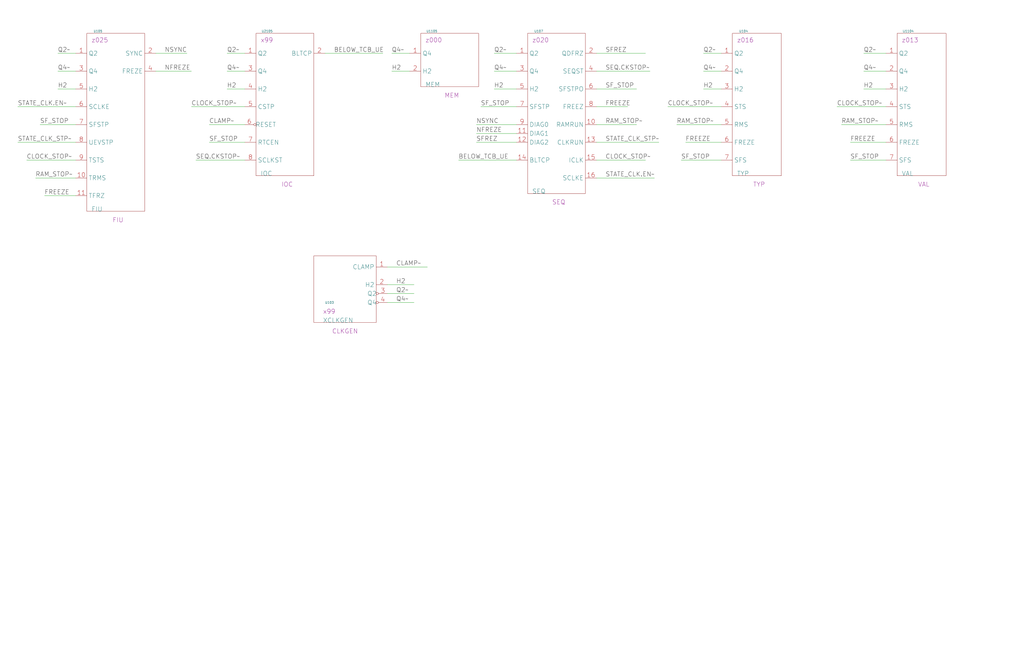
<source format=kicad_sch>
(kicad_sch (version 20250114) (generator "eeschema") (generator_version "9.0")
  (paper "User" 584.2 378.46)
  (title_block (title "EMU Main"))
  (lib_symbols
    (symbol "r1000:FIU" (pin_names (offset 1.016))
      (property "Reference" "U" (at 2.54 5.08 0))
      (property "Value" "FIU" (at -1.27 -96.52 0))
      (property "Location" "___" (at -1.27 0 0))
      (property "Name" "______" (at 13.97 -104.14 0))
      (symbol "FIU_1_1"
        (rectangle (start -3.81 3.81) (end 29.21 -97.79))
        (pin input line (at -10.16 -7.62 0) (length 6.35) (name "Q2") (number "1"))
        (pin input line (at -10.16 -17.78 0) (length 6.35) (name "Q4") (number "3"))
        (pin input line (at -10.16 -27.94 0) (length 6.35) (name "H2") (number "5"))
        (pin input line (at -10.16 -38.1 0) (length 6.35) (name "SCLKE") (number "6"))
        (pin input line (at -10.16 -48.26 0) (length 6.35) (name "SFSTP") (number "7"))
        (pin input line (at -10.16 -58.42 0) (length 6.35) (name "UEVSTP") (number "8"))
        (pin input line (at -10.16 -68.58 0) (length 6.35) (name "TSTS") (number "9"))
        (pin input line (at -10.16 -78.74 0) (length 6.35) (name "TRMS") (number "10"))
        (pin input line (at -10.16 -88.9 0) (length 6.35) (name "TFRZ") (number "11"))
        (pin output line (at 35.56 -7.62 180) (length 6.35) (name "SYNC") (number "2"))
        (pin output line (at 35.56 -17.78 180) (length 6.35) (name "FREZE") (number "4"))
      )
    )
    (symbol "r1000:IOC" (pin_names (offset 1.016))
      (property "Reference" "U" (at 2.54 5.08 0))
      (property "Value" "IOC" (at -1.27 -76.2 0))
      (property "Location" "___" (at -1.27 0 0))
      (property "Name" "______" (at 13.97 -83.82 0))
      (symbol "IOC_1_1"
        (circle (center -4.445 -48.26) (radius 0.635))
        (rectangle (start -3.81 3.81) (end 29.21 -77.47))
        (pin input line (at -10.16 -7.62 0) (length 6.35) (name "Q2") (number "1"))
        (pin input line (at -10.16 -17.78 0) (length 6.35) (name "Q4") (number "3"))
        (pin input line (at -10.16 -27.94 0) (length 6.35) (name "H2") (number "4"))
        (pin input line (at -10.16 -38.1 0) (length 6.35) (name "CSTP") (number "5"))
        (pin input line (at -10.16 -48.26 0) (length 5.08) (name "RESET") (number "6"))
        (pin input line (at -10.16 -58.42 0) (length 6.35) (name "RTCEN") (number "7"))
        (pin input line (at -10.16 -68.58 0) (length 6.35) (name "SCLKST") (number "8"))
        (pin output line (at 35.56 -7.62 180) (length 6.35) (name "BLTCP") (number "2"))
      )
    )
    (symbol "r1000:MEM" (pin_names (offset 1.016))
      (property "Reference" "U" (at 2.54 5.08 0))
      (property "Value" "MEM" (at -1.27 -25.4 0))
      (property "Location" "___" (at -1.27 0 0))
      (property "Name" "______" (at 13.97 -33.02 0))
      (symbol "MEM_1_1"
        (rectangle (start -3.81 3.81) (end 29.21 -26.67))
        (pin input line (at -10.16 -7.62 0) (length 6.35) (name "Q4") (number "1"))
        (pin input line (at -10.16 -17.78 0) (length 6.35) (name "H2") (number "2"))
      )
    )
    (symbol "r1000:SEQ" (pin_names (offset 1.016))
      (property "Reference" "U" (at 2.54 5.08 0))
      (property "Value" "SEQ" (at -1.27 -86.36 0))
      (property "Location" "___" (at -1.27 0 0))
      (property "Name" "______" (at 13.97 -93.98 0))
      (symbol "SEQ_1_1"
        (rectangle (start -3.81 3.81) (end 29.21 -87.63))
        (pin input line (at -10.16 -7.62 0) (length 6.35) (name "Q2") (number "1"))
        (pin input line (at -10.16 -17.78 0) (length 6.35) (name "Q4") (number "3"))
        (pin input line (at -10.16 -27.94 0) (length 6.35) (name "H2") (number "5"))
        (pin input line (at -10.16 -38.1 0) (length 6.35) (name "SFSTP") (number "7"))
        (pin input line (at -10.16 -48.26 0) (length 6.35) (name "DIAG0") (number "9"))
        (pin input line (at -10.16 -53.34 0) (length 6.35) (name "DIAG1") (number "11"))
        (pin input line (at -10.16 -58.42 0) (length 6.35) (name "DIAG2") (number "12"))
        (pin input line (at -10.16 -68.58 0) (length 6.35) (name "BLTCP") (number "14"))
        (pin output line (at 35.56 -7.62 180) (length 6.35) (name "QDFRZ") (number "2"))
        (pin output line (at 35.56 -17.78 180) (length 6.35) (name "SEQST") (number "4"))
        (pin output line (at 35.56 -27.94 180) (length 6.35) (name "SFSTPO") (number "6"))
        (pin output line (at 35.56 -38.1 180) (length 6.35) (name "FREEZ") (number "8"))
        (pin output line (at 35.56 -48.26 180) (length 6.35) (name "RAMRUN") (number "10"))
        (pin output line (at 35.56 -58.42 180) (length 6.35) (name "CLKRUN") (number "13"))
        (pin output line (at 35.56 -68.58 180) (length 6.35) (name "ICLK") (number "15"))
        (pin output line (at 35.56 -78.74 180) (length 6.35) (name "SCLKE") (number "16"))
      )
    )
    (symbol "r1000:TYP" (pin_names (offset 1.016))
      (property "Reference" "U" (at 2.54 5.08 0))
      (property "Value" "TYP" (at -1.27 -76.2 0))
      (property "Location" "___" (at -1.27 0 0))
      (property "Name" "______" (at 11.43 -83.82 0))
      (symbol "TYP_1_1"
        (rectangle (start -3.81 3.81) (end 24.13 -77.47))
        (pin input line (at -10.16 -7.62 0) (length 6.35) (name "Q2") (number "1"))
        (pin input line (at -10.16 -17.78 0) (length 6.35) (name "Q4") (number "2"))
        (pin input line (at -10.16 -27.94 0) (length 6.35) (name "H2") (number "3"))
        (pin input line (at -10.16 -38.1 0) (length 6.35) (name "STS") (number "4"))
        (pin input line (at -10.16 -48.26 0) (length 6.35) (name "RMS") (number "5"))
        (pin input line (at -10.16 -58.42 0) (length 6.35) (name "FREZE") (number "6"))
        (pin input line (at -10.16 -68.58 0) (length 6.35) (name "SFS") (number "7"))
      )
    )
    (symbol "r1000:VAL" (pin_names (offset 1.016))
      (property "Reference" "U" (at 2.54 5.08 0))
      (property "Value" "VAL" (at -1.27 -76.2 0))
      (property "Location" "___" (at -1.27 0 0))
      (property "Name" "______" (at 11.43 -83.82 0))
      (symbol "VAL_1_1"
        (rectangle (start -3.81 3.81) (end 24.13 -77.47))
        (pin input line (at -10.16 -7.62 0) (length 6.35) (name "Q2") (number "1"))
        (pin input line (at -10.16 -17.78 0) (length 6.35) (name "Q4") (number "2"))
        (pin input line (at -10.16 -27.94 0) (length 6.35) (name "H2") (number "3"))
        (pin input line (at -10.16 -38.1 0) (length 6.35) (name "STS") (number "4"))
        (pin input line (at -10.16 -48.26 0) (length 6.35) (name "RMS") (number "5"))
        (pin input line (at -10.16 -58.42 0) (length 6.35) (name "FREZE") (number "6"))
        (pin input line (at -10.16 -68.58 0) (length 6.35) (name "SFS") (number "7"))
      )
    )
    (symbol "r1000:XCLKGEN" (pin_names (offset 1.016))
      (property "Reference" "U" (at 2.54 5.08 0))
      (property "Value" "XCLKGEN" (at -1.27 -5.08 0))
      (property "Location" "___" (at -1.27 0 0))
      (property "Name" "______" (at 11.43 -12.7 0))
      (symbol "XCLKGEN_1_1"
        (rectangle (start -6.35 31.75) (end 29.21 -6.35))
        (circle (center 29.845 10.16) (radius 0.635))
        (circle (center 29.845 5.08) (radius 0.635))
        (pin output line (at 35.56 25.4 180) (length 6.35) (name "CLAMP") (number "1"))
        (pin output line (at 35.56 15.24 180) (length 6.35) (name "H2") (number "2"))
        (pin output line (at 35.56 10.16 180) (length 5.08) (name "Q2") (number "3"))
        (pin output line (at 35.56 5.08 180) (length 5.08) (name "Q4") (number "4"))
      )
    )
  )
  (wire (pts (xy 401.32 30.48) (xy 411.48 30.48)))
  (wire (pts (xy 10.16 81.28) (xy 43.18 81.28)))
  (wire (pts (xy 401.32 40.64) (xy 411.48 40.64)))
  (wire (pts (xy 411.48 91.44) (xy 388.62 91.44)))
  (wire (pts (xy 129.54 30.48) (xy 139.7 30.48)))
  (wire (pts (xy 505.46 60.96) (xy 477.52 60.96)))
  (wire (pts (xy 109.22 60.96) (xy 139.7 60.96)))
  (wire (pts (xy 281.94 30.48) (xy 294.64 30.48)))
  (wire (pts (xy 271.78 71.12) (xy 294.64 71.12)))
  (wire (pts (xy 220.98 172.72) (xy 236.22 172.72)))
  (wire (pts (xy 119.38 71.12) (xy 139.7 71.12)))
  (wire (pts (xy 340.36 71.12) (xy 363.22 71.12)))
  (wire (pts (xy 492.76 40.64) (xy 505.46 40.64)))
  (wire (pts (xy 411.48 71.12) (xy 386.08 71.12)))
  (wire (pts (xy 294.64 60.96) (xy 274.32 60.96)))
  (wire (pts (xy 10.16 60.96) (xy 43.18 60.96)))
  (wire (pts (xy 271.78 81.28) (xy 294.64 81.28)))
  (wire (pts (xy 340.36 30.48) (xy 368.3 30.48)))
  (wire (pts (xy 109.22 40.64) (xy 88.9 40.64)))
  (wire (pts (xy 505.46 91.44) (xy 485.14 91.44)))
  (wire (pts (xy 220.98 167.64) (xy 236.22 167.64)))
  (wire (pts (xy 340.36 60.96) (xy 358.14 60.96)))
  (wire (pts (xy 22.86 71.12) (xy 43.18 71.12)))
  (wire (pts (xy 411.48 60.96) (xy 381 60.96)))
  (wire (pts (xy 281.94 50.8) (xy 294.64 50.8)))
  (wire (pts (xy 505.46 71.12) (xy 480.06 71.12)))
  (wire (pts (xy 233.68 30.48) (xy 223.52 30.48)))
  (wire (pts (xy 340.36 50.8) (xy 363.22 50.8)))
  (wire (pts (xy 220.98 152.4) (xy 243.84 152.4)))
  (wire (pts (xy 139.7 40.64) (xy 129.54 40.64)))
  (wire (pts (xy 33.02 30.48) (xy 43.18 30.48)))
  (wire (pts (xy 139.7 50.8) (xy 129.54 50.8)))
  (wire (pts (xy 505.46 81.28) (xy 485.14 81.28)))
  (wire (pts (xy 218.44 30.48) (xy 185.42 30.48)))
  (wire (pts (xy 411.48 81.28) (xy 391.16 81.28)))
  (wire (pts (xy 33.02 40.64) (xy 43.18 40.64)))
  (wire (pts (xy 340.36 40.64) (xy 370.84 40.64)))
  (wire (pts (xy 340.36 81.28) (xy 375.92 81.28)))
  (wire (pts (xy 401.32 50.8) (xy 411.48 50.8)))
  (wire (pts (xy 15.24 91.44) (xy 43.18 91.44)))
  (wire (pts (xy 261.62 91.44) (xy 294.64 91.44)))
  (wire (pts (xy 119.38 81.28) (xy 139.7 81.28)))
  (wire (pts (xy 220.98 162.56) (xy 236.22 162.56)))
  (wire (pts (xy 33.02 50.8) (xy 43.18 50.8)))
  (wire (pts (xy 106.68 30.48) (xy 88.9 30.48)))
  (wire (pts (xy 340.36 101.6) (xy 373.38 101.6)))
  (wire (pts (xy 20.32 101.6) (xy 43.18 101.6)))
  (wire (pts (xy 111.76 91.44) (xy 139.7 91.44)))
  (wire (pts (xy 340.36 91.44) (xy 368.3 91.44)))
  (wire (pts (xy 223.52 40.64) (xy 233.68 40.64)))
  (wire (pts (xy 281.94 40.64) (xy 294.64 40.64)))
  (wire (pts (xy 492.76 30.48) (xy 505.46 30.48)))
  (wire (pts (xy 271.78 76.2) (xy 294.64 76.2)))
  (wire (pts (xy 25.4 111.76) (xy 43.18 111.76)))
  (wire (pts (xy 492.76 50.8) (xy 505.46 50.8)))
  (label "CLAMP~" (at 226.06 152.4 0) (effects (font (size 2.54 2.54))))
  (label "Q2~" (at 492.76 30.48 0) (effects (font (size 2.54 2.54))))
  (label "RAM_STOP~" (at 386.08 71.12 0) (effects (font (size 2.54 2.54))))
  (label "SEQ.CKSTOP~" (at 111.76 91.44 0) (effects (font (size 2.54 2.54))))
  (label "H2" (at 223.52 40.64 0) (effects (font (size 2.54 2.54))))
  (label "Q4~" (at 223.52 30.48 0) (effects (font (size 2.54 2.54))))
  (label "STATE_CLK.EN~" (at 345.44 101.6 0) (effects (font (size 2.54 2.54))))
  (label "STATE_CLK_STP~" (at 345.44 81.28 0) (effects (font (size 2.54 2.54))))
  (label "NSYNC" (at 271.78 71.12 0) (effects (font (size 2.54 2.54))))
  (label "SFREZ" (at 271.78 81.28 0) (effects (font (size 2.54 2.54))))
  (label "STATE_CLK.EN~" (at 10.16 60.96 0) (effects (font (size 2.54 2.54))))
  (label "FREEZE" (at 345.44 60.96 0) (effects (font (size 2.54 2.54))))
  (label "H2" (at 226.06 162.56 0) (effects (font (size 2.54 2.54))))
  (label "CLOCK_STOP~" (at 109.22 60.96 0) (effects (font (size 2.54 2.54))))
  (label "Q4~" (at 492.76 40.64 0) (effects (font (size 2.54 2.54))))
  (label "Q2~" (at 129.54 30.48 0) (effects (font (size 2.54 2.54))))
  (label "H2" (at 33.02 50.8 0) (effects (font (size 2.54 2.54))))
  (label "NSYNC" (at 93.98 30.48 0) (effects (font (size 2.54 2.54))))
  (label "Q4~" (at 281.94 40.64 0) (effects (font (size 2.54 2.54))))
  (label "FREEZE" (at 25.4 111.76 0) (effects (font (size 2.54 2.54))))
  (label "NFREZE" (at 93.98 40.64 0) (effects (font (size 2.54 2.54))))
  (label "Q2~" (at 33.02 30.48 0) (effects (font (size 2.54 2.54))))
  (label "RAM_STOP~" (at 345.44 71.12 0) (effects (font (size 2.54 2.54))))
  (label "CLOCK_STOP~" (at 15.24 91.44 0) (effects (font (size 2.54 2.54))))
  (label "Q2~" (at 281.94 30.48 0) (effects (font (size 2.54 2.54))))
  (label "Q2~" (at 226.06 167.64 0) (effects (font (size 2.54 2.54))))
  (label "SF_STOP" (at 119.38 81.28 0) (effects (font (size 2.54 2.54))))
  (label "FREEZE" (at 391.16 81.28 0) (effects (font (size 2.54 2.54))))
  (label "SF_STOP" (at 388.62 91.44 0) (effects (font (size 2.54 2.54))))
  (label "H2" (at 281.94 50.8 0) (effects (font (size 2.54 2.54))))
  (label "CLOCK_STOP~" (at 345.44 91.44 0) (effects (font (size 2.54 2.54))))
  (label "H2" (at 401.32 50.8 0) (effects (font (size 2.54 2.54))))
  (label "Q4~" (at 401.32 40.64 0) (effects (font (size 2.54 2.54))))
  (label "STATE_CLK_STP~" (at 10.16 81.28 0) (effects (font (size 2.54 2.54))))
  (label "Q4~" (at 129.54 40.64 0) (effects (font (size 2.54 2.54))))
  (label "CLAMP~" (at 119.38 71.12 0) (effects (font (size 2.54 2.54))))
  (label "Q4~" (at 226.06 172.72 0) (effects (font (size 2.54 2.54))))
  (label "FREEZE" (at 485.14 81.28 0) (effects (font (size 2.54 2.54))))
  (label "CLOCK_STOP~" (at 477.52 60.96 0) (effects (font (size 2.54 2.54))))
  (label "SFREZ" (at 345.44 30.48 0) (effects (font (size 2.54 2.54))))
  (label "SF_STOP" (at 485.14 91.44 0) (effects (font (size 2.54 2.54))))
  (label "SEQ.CKSTOP~" (at 345.44 40.64 0) (effects (font (size 2.54 2.54))))
  (label "RAM_STOP~" (at 480.06 71.12 0) (effects (font (size 2.54 2.54))))
  (label "SF_STOP" (at 274.32 60.96 0) (effects (font (size 2.54 2.54))))
  (label "RAM_STOP~" (at 20.32 101.6 0) (effects (font (size 2.54 2.54))))
  (label "CLOCK_STOP~" (at 381 60.96 0) (effects (font (size 2.54 2.54))))
  (label "BELOW_TCB_UE" (at 190.5 30.48 0) (effects (font (size 2.54 2.54))))
  (label "SF_STOP" (at 22.86 71.12 0) (effects (font (size 2.54 2.54))))
  (label "Q4~" (at 33.02 40.64 0) (effects (font (size 2.54 2.54))))
  (label "SF_STOP" (at 345.44 50.8 0) (effects (font (size 2.54 2.54))))
  (label "H2" (at 492.76 50.8 0) (effects (font (size 2.54 2.54))))
  (label "H2" (at 129.54 50.8 0) (effects (font (size 2.54 2.54))))
  (label "Q2~" (at 401.32 30.48 0) (effects (font (size 2.54 2.54))))
  (label "BELOW_TCB_UE" (at 261.62 91.44 0) (effects (font (size 2.54 2.54))))
  (label "NFREZE" (at 271.78 76.2 0) (effects (font (size 2.54 2.54))))
  (symbol (lib_id "r1000:SEQ") (at 304.8 22.86 0) (unit 1)
    (property "Reference" "U107" (at 307.34 17.78 0))
    (property "Value" "SEQ" (at 303.53 109.22 0) (effects (font (size 2.54 2.54)) (justify left)))
    (property "Location" "z020" (at 303.53 22.86 0) (effects (font (size 2.54 2.54)) (justify left)))
    (property "Name" "SEQ" (at 318.77 116.84 0) (effects (font (size 2.54 2.54)) (justify bottom)))
  )
  (symbol (lib_id "r1000:IOC") (at 149.86 22.86 0) (unit 1)
    (property "Reference" "U2105" (at 152.4 17.78 0))
    (property "Value" "IOC" (at 148.59 99.06 0) (effects (font (size 2.54 2.54)) (justify left)))
    (property "Location" "x99" (at 148.59 22.86 0) (effects (font (size 2.54 2.54)) (justify left)))
    (property "Name" "IOC" (at 163.83 106.68 0) (effects (font (size 2.54 2.54)) (justify bottom)))
  )
  (symbol (lib_id "r1000:MEM") (at 243.84 22.86 0) (unit 1)
    (property "Reference" "U1105" (at 246.38 17.78 0))
    (property "Value" "MEM" (at 242.57 48.26 0) (effects (font (size 2.54 2.54)) (justify left)))
    (property "Location" "z000" (at 242.57 22.86 0) (effects (font (size 2.54 2.54)) (justify left)))
    (property "Name" "MEM" (at 257.81 55.88 0) (effects (font (size 2.54 2.54)) (justify bottom)))
  )
  (symbol (lib_id "r1000:FIU") (at 53.34 22.86 0) (unit 1)
    (property "Reference" "U105" (at 55.88 17.78 0))
    (property "Value" "FIU" (at 52.07 119.38 0) (effects (font (size 2.54 2.54)) (justify left)))
    (property "Location" "z025" (at 52.07 22.86 0) (effects (font (size 2.54 2.54)) (justify left)))
    (property "Name" "FIU" (at 67.31 127 0) (effects (font (size 2.54 2.54)) (justify bottom)))
  )
  (symbol (lib_id "r1000:TYP") (at 421.64 22.86 0) (unit 1)
    (property "Reference" "U104" (at 424.18 17.78 0))
    (property "Value" "TYP" (at 420.37 99.06 0) (effects (font (size 2.54 2.54)) (justify left)))
    (property "Location" "z016" (at 420.37 22.86 0) (effects (font (size 2.54 2.54)) (justify left)))
    (property "Name" "TYP" (at 433.07 106.68 0) (effects (font (size 2.54 2.54)) (justify bottom)))
  )
  (symbol (lib_id "r1000:XCLKGEN") (at 185.42 177.8 0) (unit 1)
    (property "Reference" "U103" (at 187.96 172.72 0))
    (property "Value" "XCLKGEN" (at 184.15 182.88 0) (effects (font (size 2.54 2.54)) (justify left)))
    (property "Location" "x99" (at 184.15 177.8 0) (effects (font (size 2.54 2.54)) (justify left)))
    (property "Name" "CLKGEN" (at 196.85 190.5 0) (effects (font (size 2.54 2.54)) (justify bottom)))
  )
  (symbol (lib_id "r1000:VAL") (at 515.62 22.86 0) (unit 1)
    (property "Reference" "U1104" (at 518.16 17.78 0))
    (property "Value" "VAL" (at 514.35 99.06 0) (effects (font (size 2.54 2.54)) (justify left)))
    (property "Location" "z013" (at 514.35 22.86 0) (effects (font (size 2.54 2.54)) (justify left)))
    (property "Name" "VAL" (at 527.05 106.68 0) (effects (font (size 2.54 2.54)) (justify bottom)))
  )
)
</source>
